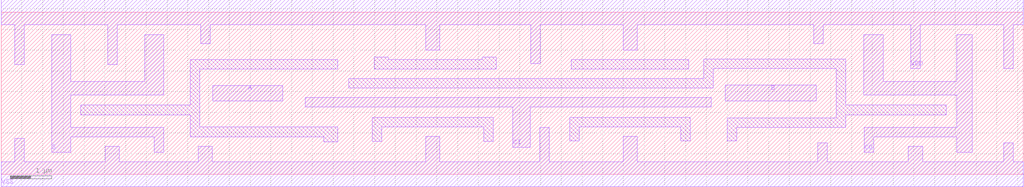
<source format=lef>
# Copyright 2022 GlobalFoundries PDK Authors
#
# Licensed under the Apache License, Version 2.0 (the "License");
# you may not use this file except in compliance with the License.
# You may obtain a copy of the License at
#
#      http://www.apache.org/licenses/LICENSE-2.0
#
# Unless required by applicable law or agreed to in writing, software
# distributed under the License is distributed on an "AS IS" BASIS,
# WITHOUT WARRANTIES OR CONDITIONS OF ANY KIND, either express or implied.
# See the License for the specific language governing permissions and
# limitations under the License.

MACRO gf180mcu_fd_sc_mcu7t5v0__addf_4
  CLASS core ;
  FOREIGN gf180mcu_fd_sc_mcu7t5v0__addf_4 0.0 0.0 ;
  ORIGIN 0 0 ;
  SYMMETRY X Y ;
  SITE GF018hv5v_mcu_sc7 ;
  SIZE 24.64 BY 3.92 ;
  PIN A
    DIRECTION INPUT ;
    ANTENNAGATEAREA 2.352 ;
    PORT
      LAYER Metal1 ;
        POLYGON 5.095 1.77 6.785 1.77 6.785 2.15 5.095 2.15  ;
    END
  END A
  PIN B
    DIRECTION INPUT ;
    ANTENNAGATEAREA 2.352 ;
    PORT
      LAYER Metal1 ;
        POLYGON 17.45 1.77 19.65 1.77 19.65 2.16 17.45 2.16  ;
    END
  END B
  PIN CI
    DIRECTION INPUT ;
    ANTENNAGATEAREA 1.734 ;
    PORT
      LAYER Metal1 ;
        POLYGON 7.33 1.625 11.86 1.625 12.325 1.625 12.325 0.65 12.755 0.65 12.755 1.625 16.615 1.625 17.11 1.625 17.11 1.855 16.615 1.855 11.86 1.855 7.33 1.855  ;
    END
  END CI
  PIN CO
    DIRECTION OUTPUT ;
    ANTENNADIFFAREA 2.5972 ;
    PORT
      LAYER Metal1 ;
        POLYGON 20.79 1.92 22.785 1.92 23.03 1.92 23.03 1.135 20.805 1.135 20.805 0.53 21.035 0.53 21.035 0.905 23.03 0.905 23.03 0.53 23.41 0.53 23.41 3.37 23.03 3.37 23.03 2.24 22.785 2.24 21.26 2.24 21.26 3.37 20.79 3.37  ;
    END
  END CO
  PIN S
    DIRECTION OUTPUT ;
    ANTENNADIFFAREA 2.4244 ;
    PORT
      LAYER Metal1 ;
        POLYGON 1.675 1.92 3.915 1.92 3.915 3.37 3.46 3.37 3.46 2.24 1.675 2.24 1.675 3.37 1.215 3.37 1.215 0.53 1.675 0.53 1.675 0.905 3.685 0.905 3.685 0.53 3.915 0.53 3.915 1.135 1.675 1.135  ;
    END
  END S
  PIN VDD
    DIRECTION INOUT ;
    USE power ;
    SHAPE ABUTMENT ;
    PORT
      LAYER Metal1 ;
        POLYGON 0 3.62 0.325 3.62 0.325 2.65 0.555 2.65 0.555 3.62 2.565 3.62 2.565 2.65 2.795 2.65 2.795 3.62 4.805 3.62 4.805 3.16 5.035 3.16 5.035 3.62 8.11 3.62 10.23 3.62 10.23 3.005 10.57 3.005 10.57 3.62 11.93 3.62 12.765 3.62 12.765 2.67 12.995 2.67 12.995 3.62 14.99 3.62 14.99 3.005 15.33 3.005 15.33 3.62 16.57 3.62 19.585 3.62 19.585 3.16 19.815 3.16 19.815 3.62 21.925 3.62 21.925 2.56 22.155 2.56 22.155 3.62 22.785 3.62 24.165 3.62 24.165 2.56 24.395 2.56 24.395 3.62 24.64 3.62 24.64 4.22 22.785 4.22 16.57 4.22 11.93 4.22 8.11 4.22 0 4.22  ;
    END
  END VDD
  PIN VSS
    DIRECTION INOUT ;
    USE ground ;
    SHAPE ABUTMENT ;
    PORT
      LAYER Metal1 ;
        POLYGON 0 -0.3 24.64 -0.3 24.64 0.3 24.395 0.3 24.395 0.765 24.165 0.765 24.165 0.3 22.21 0.3 22.21 0.67 21.87 0.67 21.87 0.3 19.915 0.3 19.915 0.765 19.685 0.765 19.685 0.3 15.33 0.3 15.33 0.915 14.99 0.915 14.99 0.3 13.215 0.3 13.215 1.135 12.985 1.135 12.985 0.3 10.57 0.3 10.57 0.915 10.23 0.915 10.23 0.3 5.09 0.3 5.09 0.675 4.75 0.675 4.75 0.3 2.85 0.3 2.85 0.675 2.505 0.675 2.505 0.3 0.555 0.3 0.555 0.87 0.325 0.87 0.325 0.3 0 0.3  ;
    END
  END VSS
  OBS
      LAYER Metal1 ;
        POLYGON 4.79 2.545 8.11 2.545 8.11 2.775 4.56 2.775 4.56 1.67 1.915 1.67 1.915 1.44 4.56 1.44 4.56 0.905 7.77 0.905 7.77 0.78 8.11 0.78 8.11 1.14 4.79 1.14  ;
        POLYGON 8.945 0.795 9.175 0.795 9.175 1.145 11.63 1.145 11.63 0.795 11.86 0.795 11.86 1.375 8.945 1.375  ;
        POLYGON 8.99 2.545 11.93 2.545 11.93 2.83 11.59 2.83 11.59 2.775 9.33 2.775 9.33 2.83 8.99 2.83  ;
        POLYGON 13.74 2.545 16.57 2.545 16.57 2.775 13.74 2.775  ;
        POLYGON 13.705 0.81 13.935 0.81 13.935 1.145 16.385 1.145 16.385 0.81 16.615 0.81 16.615 1.375 13.705 1.375  ;
        POLYGON 8.38 2.085 17.165 2.085 17.165 2.55 20.125 2.55 20.125 1.365 17.505 1.365 17.505 0.81 17.735 0.81 17.735 1.135 20.355 1.135 20.355 1.44 22.785 1.44 22.785 1.67 20.355 1.67 20.355 2.785 16.935 2.785 16.935 2.315 8.38 2.315  ;
  END
END gf180mcu_fd_sc_mcu7t5v0__addf_4

</source>
